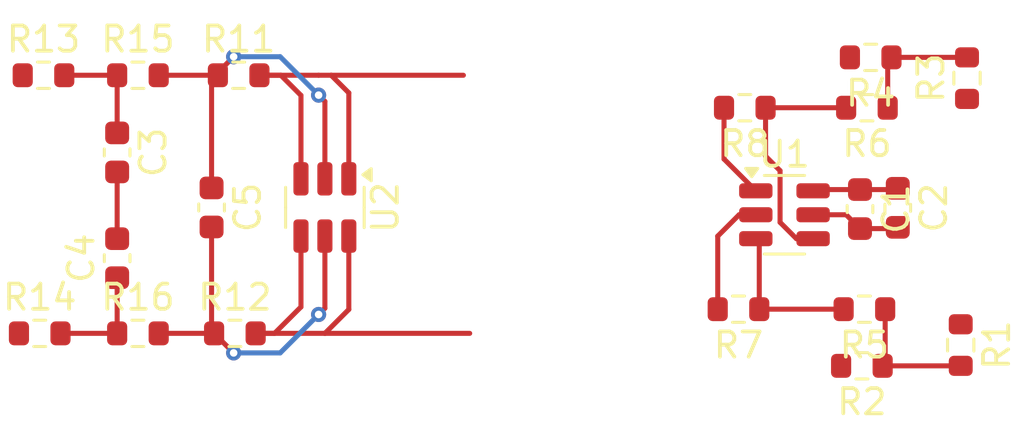
<source format=kicad_pcb>
(kicad_pcb (version 20241229) (generator "pcbnew") (generator_version "9.0")
  (layers (0 "F.Cu" signal) (2 "B.Cu" signal) (13 "F.Paste" user) (15 "B.Paste" user) (5 "F.SilkS" user "F.Silkscreen") (7 "B.SilkS" user "B.Silkscreen") (1 "F.Mask" user) (3 "B.Mask" user) (25 "Edge.Cuts" user))
  (net 0 "")
  (net 1 "VDDA")
  (net 2 "VSSA")
  (net 3 "Net-(C3-Pad1)")
  (net 4 "Net-(C4-Pad1)")
  (net 5 "/ADC/ADC_CHIP_OUT-")
  (net 6 "/ADC/ADC_CHIP_OUT+")
  (net 7 "/DAC/DAC+")
  (net 8 "/DAC/DAC-")
  (net 9 "/DAC/Vp")
  (net 10 "/DAC/Vn")
  (net 11 "/DAC/Vout")
  (net 12 "/ADC/ADC_EXT_IN+")
  (net 13 "/ADC/ADC_EXT_IN-")
  (net 14 "Net-(U2-OUTS)")
  (net 15 "Net-(U2-GND)")
  (footprint "Package_TO_SOT_SMD:SOT-23-6" (layer "F.Cu") (at 134.75 101.210266 -90)
    (property "Reference" "U2" (at 0 -2.4 90) (layer "F.SilkS"))
    (property "Value" "MAX6070AAUT18V+T")
    (fp_line (start 0 1.56) (end -0.8 1.56) (stroke (width 0.12)) (layer "F.SilkS"))
    (fp_line (start 0 1.56) (end 0.8 1.56) (stroke (width 0.12)) (layer "F.SilkS"))
    (fp_line (start 0 -1.56) (end -0.8 -1.56) (stroke (width 0.12)) (layer "F.SilkS"))
    (fp_line (start 0 -1.56) (end 0.8 -1.56) (stroke (width 0.12)) (layer "F.SilkS"))
    (fp_poly (pts (xy -1.3 -1.51) (xy -1.54 -1.84) (xy -1.06 -1.84)) (stroke (width 0.12)) (fill yes) (layer "F.SilkS"))
    (pad "1" smd roundrect (at -1.1375 -0.95 270) (size 1.325 0.6) (layers "F.Cu" "F.Mask" "F.Paste") (net 6 "/ADC/ADC_CHIP_OUT+"))
    (pad "2" smd roundrect (at -1.1375 0 270) (size 1.325 0.6) (layers "F.Cu" "F.Mask" "F.Paste") (net 15 "Net-(U2-GND)"))
    (pad "3" smd roundrect (at -1.1375 0.95 270) (size 1.325 0.6) (layers "F.Cu" "F.Mask" "F.Paste") (net 6 "/ADC/ADC_CHIP_OUT+"))
    (pad "4" smd roundrect (at 1.1375 0.95 270) (size 1.325 0.6) (layers "F.Cu" "F.Mask" "F.Paste") (net 5 "/ADC/ADC_CHIP_OUT-"))
    (pad "5" smd roundrect (at 1.1375 0 270) (size 1.325 0.6) (layers "F.Cu" "F.Mask" "F.Paste") (net 14 "Net-(U2-OUTS)"))
    (pad "6" smd roundrect (at 1.1375 -0.95 270) (size 1.325 0.6) (layers "F.Cu" "F.Mask" "F.Paste") (net 5 "/ADC/ADC_CHIP_OUT-"))
  )
  (footprint "Resistor_SMD:R_0603_1608Metric" (layer "F.Cu") (at 123.425 106.210266)
    (property "Reference" "R14" (at 0 -1.43 0) (layer "F.SilkS"))
    (property "Value" "R")
    (fp_line (start -0.237258 -0.5225) (end 0.237258 -0.5225) (stroke (width 0.12)) (layer "F.SilkS"))
    (fp_line (start -0.237258 0.5225) (end 0.237258 0.5225) (stroke (width 0.12)) (layer "F.SilkS"))
    (pad "1" smd roundrect (at -0.825 0) (size 0.8 0.95) (layers "F.Cu" "F.Mask" "F.Paste") (net 13 "/ADC/ADC_EXT_IN-"))
    (pad "2" smd roundrect (at 0.825 0) (size 0.8 0.95) (layers "F.Cu" "F.Mask" "F.Paste") (net 4 "Net-(C4-Pad1)"))
  )
  (footprint "Resistor_SMD:R_0603_1608Metric" (layer "F.Cu") (at 151.175 105.25 180)
    (property "Reference" "R7" (at 0 -1.43 0) (layer "F.SilkS"))
    (property "Value" "R")
    (fp_line (start -0.237258 0.5225) (end 0.237258 0.5225) (stroke (width 0.12)) (layer "F.SilkS"))
    (fp_line (start -0.237258 -0.5225) (end 0.237258 -0.5225) (stroke (width 0.12)) (layer "F.SilkS"))
    (pad "1" smd roundrect (at -0.825 0 180) (size 0.8 0.95) (layers "F.Cu" "F.Mask" "F.Paste") (net 9 "/DAC/Vp"))
    (pad "2" smd roundrect (at 0.825 0 180) (size 0.8 0.95) (layers "F.Cu" "F.Mask" "F.Paste") (net 2 "VSSA"))
  )
  (footprint "Package_TO_SOT_SMD:TSOT-23-6" (layer "F.Cu") (at 153 101.5)
    (property "Reference" "U1" (at 0 -2.4 0) (layer "F.SilkS"))
    (property "Value" "~")
    (fp_line (start 0 -1.56) (end -0.8 -1.56) (stroke (width 0.12)) (layer "F.SilkS"))
    (fp_line (start 0 -1.56) (end 0.8 -1.56) (stroke (width 0.12)) (layer "F.SilkS"))
    (fp_line (start 0 1.56) (end -0.8 1.56) (stroke (width 0.12)) (layer "F.SilkS"))
    (fp_line (start 0 1.56) (end 0.8 1.56) (stroke (width 0.12)) (layer "F.SilkS"))
    (fp_poly (pts (xy -1.3 -1.51) (xy -1.54 -1.84) (xy -1.06 -1.84)) (stroke (width 0.12)) (fill yes) (layer "F.SilkS"))
    (pad "1" smd roundrect (at -1.1375 -0.95) (size 1.325 0.6) (layers "F.Cu" "F.Mask" "F.Paste") (net 11 "/DAC/Vout"))
    (pad "2" smd roundrect (at -1.1375 0) (size 1.325 0.6) (layers "F.Cu" "F.Mask" "F.Paste") (net 2 "VSSA"))
    (pad "3" smd roundrect (at -1.1375 0.95) (size 1.325 0.6) (layers "F.Cu" "F.Mask" "F.Paste") (net 9 "/DAC/Vp"))
    (pad "4" smd roundrect (at 1.1375 0.95) (size 1.325 0.6) (layers "F.Cu" "F.Mask" "F.Paste") (net 10 "/DAC/Vn"))
    (pad "5" smd roundrect (at 1.1375 0) (size 1.325 0.6) (layers "F.Cu" "F.Mask" "F.Paste") (net 2 "VSSA"))
    (pad "6" smd roundrect (at 1.1375 -0.95) (size 1.325 0.6) (layers "F.Cu" "F.Mask" "F.Paste") (net 1 "VDDA"))
  )
  (footprint "Resistor_SMD:R_0603_1608Metric" (layer "F.Cu") (at 160 106.675 -90)
    (property "Reference" "R1" (at 0 -1.43 90) (layer "F.SilkS"))
    (property "Value" "R")
    (fp_line (start -0.237258 0.5225) (end 0.237258 0.5225) (stroke (width 0.12)) (layer "F.SilkS"))
    (fp_line (start -0.237258 -0.5225) (end 0.237258 -0.5225) (stroke (width 0.12)) (layer "F.SilkS"))
    (pad "1" smd roundrect (at -0.825 0 270) (size 0.8 0.95) (layers "F.Cu" "F.Mask" "F.Paste") (net 1 "VDDA"))
    (pad "2" smd roundrect (at 0.825 0 270) (size 0.8 0.95) (layers "F.Cu" "F.Mask" "F.Paste") (net 7 "/DAC/DAC+"))
  )
  (footprint "Capacitor_SMD:C_0603_1608Metric" (layer "F.Cu") (at 126.5 99.025 -90)
    (property "Reference" "C3" (at 0 -1.43 90) (layer "F.SilkS"))
    (property "Value" "C_US")
    (fp_line (start -0.14058 0.51) (end 0.14058 0.51) (stroke (width 0.12)) (layer "F.SilkS"))
    (fp_line (start -0.14058 -0.51) (end 0.14058 -0.51) (stroke (width 0.12)) (layer "F.SilkS"))
    (pad "1" smd roundrect (at -0.775 0 270) (size 0.9 0.95) (layers "F.Cu" "F.Mask" "F.Paste") (net 3 "Net-(C3-Pad1)"))
    (pad "2" smd roundrect (at 0.775 0 270) (size 0.9 0.95) (layers "F.Cu" "F.Mask" "F.Paste") (net 2 "VSSA"))
  )
  (footprint "Resistor_SMD:R_0603_1608Metric" (layer "F.Cu") (at 127.325 95.960266)
    (property "Reference" "R15" (at 0 -1.43 0) (layer "F.SilkS"))
    (property "Value" "R")
    (fp_line (start -0.237258 -0.5225) (end 0.237258 -0.5225) (stroke (width 0.12)) (layer "F.SilkS"))
    (fp_line (start -0.237258 0.5225) (end 0.237258 0.5225) (stroke (width 0.12)) (layer "F.SilkS"))
    (pad "1" smd roundrect (at -0.825 0) (size 0.8 0.95) (layers "F.Cu" "F.Mask" "F.Paste") (net 3 "Net-(C3-Pad1)"))
    (pad "2" smd roundrect (at 0.825 0) (size 0.8 0.95) (layers "F.Cu" "F.Mask" "F.Paste") (net 15 "Net-(U2-GND)"))
  )
  (footprint "Resistor_SMD:R_0603_1608Metric" (layer "F.Cu") (at 156.425 95.25 180)
    (property "Reference" "R4" (at 0 -1.43 0) (layer "F.SilkS"))
    (property "Value" "R")
    (fp_line (start -0.237258 0.5225) (end 0.237258 0.5225) (stroke (width 0.12)) (layer "F.SilkS"))
    (fp_line (start -0.237258 -0.5225) (end 0.237258 -0.5225) (stroke (width 0.12)) (layer "F.SilkS"))
    (pad "1" smd roundrect (at -0.825 0 180) (size 0.8 0.95) (layers "F.Cu" "F.Mask" "F.Paste") (net 8 "/DAC/DAC-"))
    (pad "2" smd roundrect (at 0.825 0 180) (size 0.8 0.95) (layers "F.Cu" "F.Mask" "F.Paste") (net 2 "VSSA"))
  )
  (footprint "Capacitor_SMD:C_0603_1608Metric" (layer "F.Cu") (at 157.5 101.225 -90)
    (property "Reference" "C2" (at 0 -1.43 90) (layer "F.SilkS"))
    (property "Value" "1uF")
    (fp_line (start -0.14058 0.51) (end 0.14058 0.51) (stroke (width 0.12)) (layer "F.SilkS"))
    (fp_line (start -0.14058 -0.51) (end 0.14058 -0.51) (stroke (width 0.12)) (layer "F.SilkS"))
    (pad "1" smd roundrect (at -0.775 0 270) (size 0.9 0.95) (layers "F.Cu" "F.Mask" "F.Paste") (net 1 "VDDA"))
    (pad "2" smd roundrect (at 0.775 0 270) (size 0.9 0.95) (layers "F.Cu" "F.Mask" "F.Paste") (net 2 "VSSA"))
  )
  (footprint "Capacitor_SMD:C_0603_1608Metric" (layer "F.Cu") (at 156 101.275 -90)
    (property "Reference" "C1" (at 0 -1.43 90) (layer "F.SilkS"))
    (property "Value" "0.01uF")
    (fp_line (start -0.14058 0.51) (end 0.14058 0.51) (stroke (width 0.12)) (layer "F.SilkS"))
    (fp_line (start -0.14058 -0.51) (end 0.14058 -0.51) (stroke (width 0.12)) (layer "F.SilkS"))
    (pad "1" smd roundrect (at -0.775 0 270) (size 0.9 0.95) (layers "F.Cu" "F.Mask" "F.Paste") (net 1 "VDDA"))
    (pad "2" smd roundrect (at 0.775 0 270) (size 0.9 0.95) (layers "F.Cu" "F.Mask" "F.Paste") (net 2 "VSSA"))
  )
  (footprint "Resistor_SMD:R_0603_1608Metric" (layer "F.Cu") (at 156.175 105.25 180)
    (property "Reference" "R5" (at 0 -1.43 0) (layer "F.SilkS"))
    (property "Value" "R")
    (fp_line (start -0.237258 0.5225) (end 0.237258 0.5225) (stroke (width 0.12)) (layer "F.SilkS"))
    (fp_line (start -0.237258 -0.5225) (end 0.237258 -0.5225) (stroke (width 0.12)) (layer "F.SilkS"))
    (pad "1" smd roundrect (at -0.825 0 180) (size 0.8 0.95) (layers "F.Cu" "F.Mask" "F.Paste") (net 7 "/DAC/DAC+"))
    (pad "2" smd roundrect (at 0.825 0 180) (size 0.8 0.95) (layers "F.Cu" "F.Mask" "F.Paste") (net 9 "/DAC/Vp"))
  )
  (footprint "Capacitor_SMD:C_0603_1608Metric" (layer "F.Cu") (at 126.5 103.225 90)
    (property "Reference" "C4" (at 0 -1.43 90) (layer "F.SilkS"))
    (property "Value" "C_US")
    (fp_line (start -0.14058 -0.51) (end 0.14058 -0.51) (stroke (width 0.12)) (layer "F.SilkS"))
    (fp_line (start -0.14058 0.51) (end 0.14058 0.51) (stroke (width 0.12)) (layer "F.SilkS"))
    (pad "1" smd roundrect (at -0.775 0 90) (size 0.9 0.95) (layers "F.Cu" "F.Mask" "F.Paste") (net 4 "Net-(C4-Pad1)"))
    (pad "2" smd roundrect (at 0.775 0 90) (size 0.9 0.95) (layers "F.Cu" "F.Mask" "F.Paste") (net 2 "VSSA"))
  )
  (footprint "Capacitor_SMD:C_0603_1608Metric" (layer "F.Cu") (at 130.25 101.210266 -90)
    (property "Reference" "C5" (at 0 -1.43 90) (layer "F.SilkS"))
    (property "Value" "C_US")
    (fp_line (start -0.14058 0.51) (end 0.14058 0.51) (stroke (width 0.12)) (layer "F.SilkS"))
    (fp_line (start -0.14058 -0.51) (end 0.14058 -0.51) (stroke (width 0.12)) (layer "F.SilkS"))
    (pad "1" smd roundrect (at -0.775 0 270) (size 0.9 0.95) (layers "F.Cu" "F.Mask" "F.Paste") (net 15 "Net-(U2-GND)"))
    (pad "2" smd roundrect (at 0.775 0 270) (size 0.9 0.95) (layers "F.Cu" "F.Mask" "F.Paste") (net 14 "Net-(U2-OUTS)"))
  )
  (footprint "Resistor_SMD:R_0603_1608Metric" (layer "F.Cu") (at 156.075 107.5 180)
    (property "Reference" "R2" (at 0 -1.43 0) (layer "F.SilkS"))
    (property "Value" "R")
    (fp_line (start -0.237258 0.5225) (end 0.237258 0.5225) (stroke (width 0.12)) (layer "F.SilkS"))
    (fp_line (start -0.237258 -0.5225) (end 0.237258 -0.5225) (stroke (width 0.12)) (layer "F.SilkS"))
    (pad "1" smd roundrect (at -0.825 0 180) (size 0.8 0.95) (layers "F.Cu" "F.Mask" "F.Paste") (net 7 "/DAC/DAC+"))
    (pad "2" smd roundrect (at 0.825 0 180) (size 0.8 0.95) (layers "F.Cu" "F.Mask" "F.Paste") (net 2 "VSSA"))
  )
  (footprint "Resistor_SMD:R_0603_1608Metric" (layer "F.Cu") (at 151.425 97.25 180)
    (property "Reference" "R8" (at 0 -1.43 0) (layer "F.SilkS"))
    (property "Value" "R")
    (fp_line (start -0.237258 0.5225) (end 0.237258 0.5225) (stroke (width 0.12)) (layer "F.SilkS"))
    (fp_line (start -0.237258 -0.5225) (end 0.237258 -0.5225) (stroke (width 0.12)) (layer "F.SilkS"))
    (pad "1" smd roundrect (at -0.825 0 180) (size 0.8 0.95) (layers "F.Cu" "F.Mask" "F.Paste") (net 10 "/DAC/Vn"))
    (pad "2" smd roundrect (at 0.825 0 180) (size 0.8 0.95) (layers "F.Cu" "F.Mask" "F.Paste") (net 11 "/DAC/Vout"))
  )
  (footprint "Resistor_SMD:R_0603_1608Metric" (layer "F.Cu") (at 131.175 106.210266)
    (property "Reference" "R12" (at 0 -1.43 0) (layer "F.SilkS"))
    (property "Value" "R")
    (fp_line (start -0.237258 -0.5225) (end 0.237258 -0.5225) (stroke (width 0.12)) (layer "F.SilkS"))
    (fp_line (start -0.237258 0.5225) (end 0.237258 0.5225) (stroke (width 0.12)) (layer "F.SilkS"))
    (pad "1" smd roundrect (at -0.825 0) (size 0.8 0.95) (layers "F.Cu" "F.Mask" "F.Paste") (net 14 "Net-(U2-OUTS)"))
    (pad "2" smd roundrect (at 0.825 0) (size 0.8 0.95) (layers "F.Cu" "F.Mask" "F.Paste") (net 5 "/ADC/ADC_CHIP_OUT-"))
  )
  (footprint "Resistor_SMD:R_0603_1608Metric" (layer "F.Cu") (at 123.575 95.960266)
    (property "Reference" "R13" (at 0 -1.43 0) (layer "F.SilkS"))
    (property "Value" "R")
    (fp_line (start -0.237258 -0.5225) (end 0.237258 -0.5225) (stroke (width 0.12)) (layer "F.SilkS"))
    (fp_line (start -0.237258 0.5225) (end 0.237258 0.5225) (stroke (width 0.12)) (layer "F.SilkS"))
    (pad "1" smd roundrect (at -0.825 0) (size 0.8 0.95) (layers "F.Cu" "F.Mask" "F.Paste") (net 12 "/ADC/ADC_EXT_IN+"))
    (pad "2" smd roundrect (at 0.825 0) (size 0.8 0.95) (layers "F.Cu" "F.Mask" "F.Paste") (net 3 "Net-(C3-Pad1)"))
  )
  (footprint "Resistor_SMD:R_0603_1608Metric" (layer "F.Cu") (at 127.325 106.210266)
    (property "Reference" "R16" (at 0 -1.43 0) (layer "F.SilkS"))
    (property "Value" "R")
    (fp_line (start -0.237258 -0.5225) (end 0.237258 -0.5225) (stroke (width 0.12)) (layer "F.SilkS"))
    (fp_line (start -0.237258 0.5225) (end 0.237258 0.5225) (stroke (width 0.12)) (layer "F.SilkS"))
    (pad "1" smd roundrect (at -0.825 0) (size 0.8 0.95) (layers "F.Cu" "F.Mask" "F.Paste") (net 4 "Net-(C4-Pad1)"))
    (pad "2" smd roundrect (at 0.825 0) (size 0.8 0.95) (layers "F.Cu" "F.Mask" "F.Paste") (net 14 "Net-(U2-OUTS)"))
  )
  (footprint "Resistor_SMD:R_0603_1608Metric" (layer "F.Cu") (at 160.25 96.075 90)
    (property "Reference" "R3" (at 0 -1.43 90) (layer "F.SilkS"))
    (property "Value" "R")
    (fp_line (start -0.237258 -0.5225) (end 0.237258 -0.5225) (stroke (width 0.12)) (layer "F.SilkS"))
    (fp_line (start -0.237258 0.5225) (end 0.237258 0.5225) (stroke (width 0.12)) (layer "F.SilkS"))
    (pad "1" smd roundrect (at -0.825 0 90) (size 0.8 0.95) (layers "F.Cu" "F.Mask" "F.Paste") (net 1 "VDDA"))
    (pad "2" smd roundrect (at 0.825 0 90) (size 0.8 0.95) (layers "F.Cu" "F.Mask" "F.Paste") (net 8 "/DAC/DAC-"))
  )
  (footprint "Resistor_SMD:R_0603_1608Metric" (layer "F.Cu") (at 131.325 95.960266)
    (property "Reference" "R11" (at 0 -1.43 0) (layer "F.SilkS"))
    (property "Value" "R")
    (fp_line (start -0.237258 -0.5225) (end 0.237258 -0.5225) (stroke (width 0.12)) (layer "F.SilkS"))
    (fp_line (start -0.237258 0.5225) (end 0.237258 0.5225) (stroke (width 0.12)) (layer "F.SilkS"))
    (pad "1" smd roundrect (at -0.825 0) (size 0.8 0.95) (layers "F.Cu" "F.Mask" "F.Paste") (net 15 "Net-(U2-GND)"))
    (pad "2" smd roundrect (at 0.825 0) (size 0.8 0.95) (layers "F.Cu" "F.Mask" "F.Paste") (net 6 "/ADC/ADC_CHIP_OUT+"))
  )
  (footprint "Resistor_SMD:R_0603_1608Metric" (layer "F.Cu") (at 156.275 97.25 180)
    (property "Reference" "R6" (at 0 -1.43 0) (layer "F.SilkS"))
    (property "Value" "R")
    (fp_line (start -0.237258 0.5225) (end 0.237258 0.5225) (stroke (width 0.12)) (layer "F.SilkS"))
    (fp_line (start -0.237258 -0.5225) (end 0.237258 -0.5225) (stroke (width 0.12)) (layer "F.SilkS"))
    (pad "1" smd roundrect (at -0.825 0 180) (size 0.8 0.95) (layers "F.Cu" "F.Mask" "F.Paste") (net 8 "/DAC/DAC-"))
    (pad "2" smd roundrect (at 0.825 0 180) (size 0.8 0.95) (layers "F.Cu" "F.Mask" "F.Paste") (net 10 "/DAC/Vn"))
  )
  (segment (start 154.1875 100.5) (end 154.1375 100.55) (width 0.2) (layer "F.Cu") (net 1))
  (segment (start 157.45 100.5) (end 157.5 100.45) (width 0.2) (layer "F.Cu") (net 1))
  (segment (start 156 100.5) (end 154.1875 100.5) (width 0.2) (layer "F.Cu") (net 1))
  (segment (start 156 100.5) (end 157.45 100.5) (width 0.2) (layer "F.Cu") (net 1))
  (segment (start 155.45 101.5) (end 156 102.05) (width 0.2) (layer "F.Cu") (net 2))
  (segment (start 154.1375 101.5) (end 155.45 101.5) (width 0.2) (layer "F.Cu") (net 2))
  (segment (start 151.200001 101.5) (end 151.8625 101.5) (width 0.2) (layer "F.Cu") (net 2))
  (segment (start 157.45 102.05) (end 157.5 102) (width 0.2) (layer "F.Cu") (net 2))
  (segment (start 156 102.05) (end 157.45 102.05) (width 0.2) (layer "F.Cu") (net 2))
  (segment (start 150.35 102.35) (end 151.200001 101.5) (width 0.2) (layer "F.Cu") (net 2))
  (segment (start 126.5 102.45) (end 126.5 99.8) (width 0.2) (layer "F.Cu") (net 2))
  (segment (start 150.35 105.25) (end 150.35 102.35) (width 0.2) (layer "F.Cu") (net 2))
  (segment (start 126.5 98.25) (end 126.5 95.960266) (width 0.2) (layer "F.Cu") (net 3))
  (segment (start 126.5 95.960266) (end 124.4 95.960266) (width 0.2) (layer "F.Cu") (net 3))
  (segment (start 126.5 104) (end 126.5 106.210266) (width 0.2) (layer "F.Cu") (net 4))
  (segment (start 126.5 106.210266) (end 124.25 106.210266) (width 0.2) (layer "F.Cu") (net 4))
  (segment (start 132.75 106.210266) (end 132 106.210266) (width 0.2) (layer "F.Cu") (net 5))
  (segment (start 135.7 105.260266) (end 134.75 106.210266) (width 0.2) (layer "F.Cu") (net 5))
  (segment (start 133.8 102.347766) (end 133.8 105.160266) (width 0.2) (layer "F.Cu") (net 5))
  (segment (start 134.75 106.210266) (end 132 106.210266) (width 0.2) (layer "F.Cu") (net 5))
  (segment (start 134.75 106.210266) (end 140.5 106.210266) (width 0.2) (layer "F.Cu") (net 5))
  (segment (start 135.7 102.347766) (end 135.7 105.260266) (width 0.2) (layer "F.Cu") (net 5))
  (segment (start 133.8 105.160266) (end 132.75 106.210266) (width 0.2) (layer "F.Cu") (net 5))
  (segment (start 134.5 95.960266) (end 132.15 95.960266) (width 0.2) (layer "F.Cu") (net 6))
  (segment (start 135.7 96.660266) (end 135 95.960266) (width 0.2) (layer "F.Cu") (net 6))
  (segment (start 133.8 100.072766) (end 133.8 96.760266) (width 0.2) (layer "F.Cu") (net 6))
  (segment (start 133.8 96.760266) (end 133 95.960266) (width 0.2) (layer "F.Cu") (net 6))
  (segment (start 133 95.960266) (end 132.15 95.960266) (width 0.2) (layer "F.Cu") (net 6))
  (segment (start 134.5 95.960266) (end 135 95.960266) (width 0.2) (layer "F.Cu") (net 6))
  (segment (start 135.7 100.072766) (end 135.7 96.660266) (width 0.2) (layer "F.Cu") (net 6))
  (segment (start 135 95.960266) (end 140.25 95.960266) (width 0.2) (layer "F.Cu") (net 6))
  (segment (start 157 105.35) (end 157.15 105.5) (width 0.2) (layer "F.Cu") (net 7))
  (segment (start 157 105.65) (end 157.15 105.5) (width 0.2) (layer "F.Cu") (net 7))
  (segment (start 156.9 107.5) (end 160 107.5) (width 0.2) (layer "F.Cu") (net 7))
  (segment (start 157 107.4) (end 156.9 107.5) (width 0.2) (layer "F.Cu") (net 7))
  (segment (start 157 105.25) (end 157 107.4) (width 0.2) (layer "F.Cu") (net 7))
  (segment (start 157 97.15) (end 157.15 97) (width 0.2) (layer "F.Cu") (net 8))
  (segment (start 157.1 95.4) (end 157.25 95.25) (width 0.2) (layer "F.Cu") (net 8))
  (segment (start 157.1 97.25) (end 157.1 95.4) (width 0.2) (layer "F.Cu") (net 8))
  (segment (start 157.25 95.25) (end 160.25 95.25) (width 0.2) (layer "F.Cu") (net 8))
  (segment (start 152 102.5875) (end 151.8625 102.45) (width 0.2) (layer "F.Cu") (net 9))
  (segment (start 152 105.25) (end 152 102.5875) (width 0.2) (layer "F.Cu") (net 9))
  (segment (start 152 105.25) (end 155.35 105.25) (width 0.2) (layer "F.Cu") (net 9))
  (segment (start 152.826 99.75) (end 152.25 99.174) (width 0.2) (layer "F.Cu") (net 10))
  (segment (start 152.25 99.174) (end 152.25 97.75) (width 0.2) (layer "F.Cu") (net 10))
  (segment (start 153.475001 102.45) (end 152.826 101.800999) (width 0.2) (layer "F.Cu") (net 10))
  (segment (start 155.45 97.25) (end 152.25 97.25) (width 0.2) (layer "F.Cu") (net 10))
  (segment (start 152.826 101.800999) (end 152.826 99.75) (width 0.2) (layer "F.Cu") (net 10))
  (segment (start 154.15 102.4625) (end 154.1375 102.45) (width 0.2) (layer "F.Cu") (net 10))
  (segment (start 154.1375 102.45) (end 153.475001 102.45) (width 0.2) (layer "F.Cu") (net 10))
  (segment (start 150.6 99.2875) (end 151.8625 100.55) (width 0.2) (layer "F.Cu") (net 11))
  (segment (start 150.6 97.75) (end 150.6 99.2875) (width 0.2) (layer "F.Cu") (net 11))
  (segment (start 130.35 106.210266) (end 131.126 106.986266) (width 0.2) (layer "F.Cu") (net 14))
  (segment (start 130.25 106.110266) (end 130.35 106.210266) (width 0.2) (layer "F.Cu") (net 14))
  (segment (start 134.75 105.210266) (end 134.5 105.460266) (width 0.2) (layer "F.Cu") (net 14))
  (segment (start 130.25 101.985266) (end 130.25 106.110266) (width 0.2) (layer "F.Cu") (net 14))
  (segment (start 128.15 106.210266) (end 130.35 106.210266) (width 0.2) (layer "F.Cu") (net 14))
  (segment (start 134.75 102.347766) (end 134.75 105.210266) (width 0.2) (layer "F.Cu") (net 14))
  (via (at 131.126 106.986266) (size 0.6) (drill 0.3) (layers "F.Cu" "B.Cu") (net 14))
  (via (at 134.5 105.460266) (size 0.6) (drill 0.3) (layers "F.Cu" "B.Cu") (net 14))
  (segment (start 134.5 105.460266) (end 132.974 106.986266) (width 0.2) (layer "B.Cu") (net 14))
  (segment (start 132.974 106.986266) (end 131.126 106.986266) (width 0.2) (layer "B.Cu") (net 14))
  (segment (start 130.25 96.210266) (end 130.5 95.960266) (width 0.2) (layer "F.Cu") (net 15))
  (segment (start 130.25 100.435266) (end 130.25 96.210266) (width 0.2) (layer "F.Cu") (net 15))
  (segment (start 130.35 96) (end 131.126 95.224) (width 0.2) (layer "F.Cu") (net 15))
  (segment (start 134.75 100.072766) (end 134.75 100.427234) (width 0.2) (layer "F.Cu") (net 15))
  (segment (start 128.15 95.960266) (end 130.5 95.960266) (width 0.2) (layer "F.Cu") (net 15))
  (segment (start 134.75 97) (end 134.5 96.75) (width 0.2) (layer "F.Cu") (net 15))
  (segment (start 134.75 99.8625) (end 134.75 97) (width 0.2) (layer "F.Cu") (net 15))
  (via (at 131.126 95.224) (size 0.6) (drill 0.3) (layers "F.Cu" "B.Cu") (net 15))
  (via (at 134.5 96.75) (size 0.6) (drill 0.3) (layers "F.Cu" "B.Cu") (net 15))
  (segment (start 134.5 96.75) (end 132.974 95.224) (width 0.2) (layer "B.Cu") (net 15))
  (segment (start 132.974 95.224) (end 131.126 95.224) (width 0.2) (layer "B.Cu") (net 15))
)
</source>
